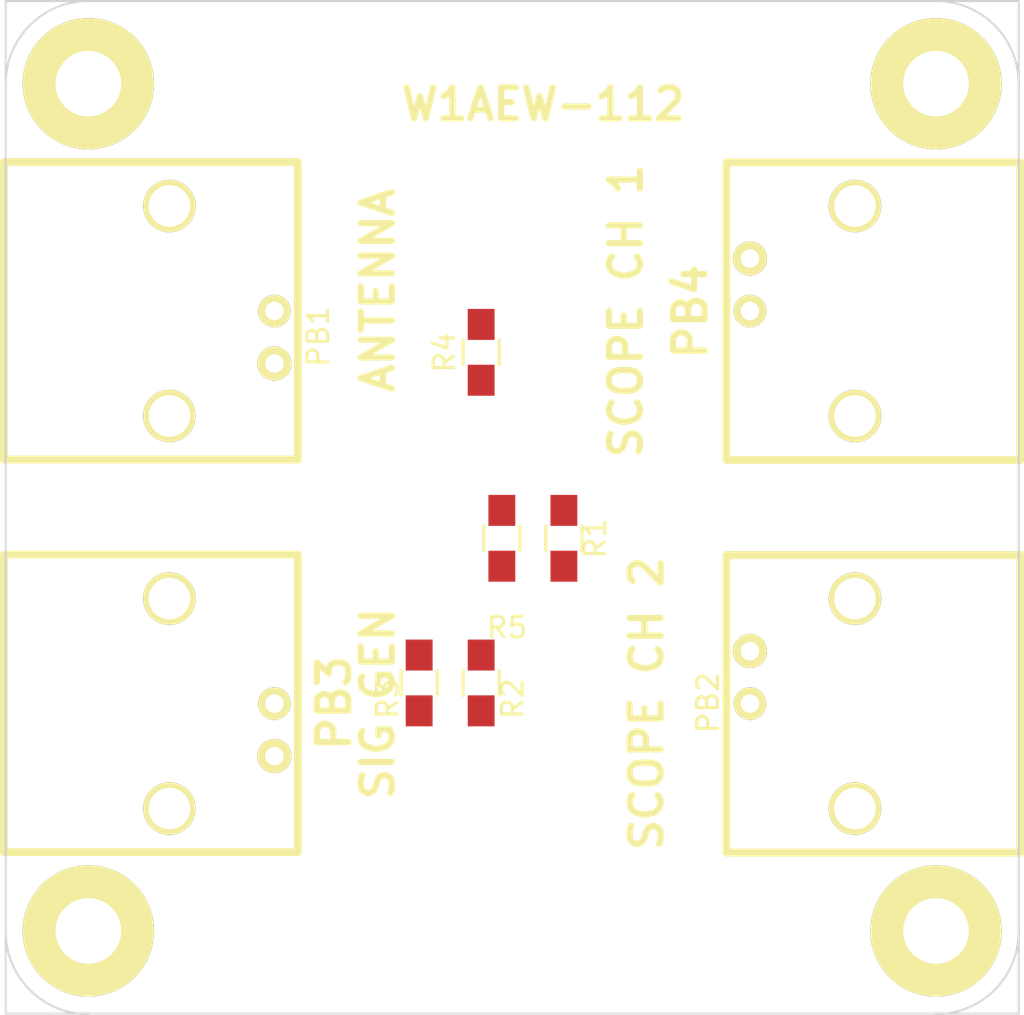
<source format=kicad_pcb>
(kicad_pcb (version 4) (host pcbnew "(after 2015-mar-04 BZR unknown)-product")

  (general
    (links 12)
    (no_connects 12)
    (area -19 -11.349999 70.5 49.080001)
    (thickness 1.6)
    (drawings 19)
    (tracks 0)
    (zones 0)
    (modules 13)
    (nets 7)
  )

  (page A3)
  (layers
    (0 F.Cu signal)
    (31 B.Cu signal)
    (36 B.SilkS user)
    (37 F.SilkS user)
    (38 B.Mask user)
    (39 F.Mask user)
    (40 Dwgs.User user hide)
    (44 Edge.Cuts user)
  )

  (setup
    (last_trace_width 0.254)
    (user_trace_width 0.2032)
    (user_trace_width 0.635)
    (trace_clearance 0.254)
    (zone_clearance 0.2032)
    (zone_45_only no)
    (trace_min 0.2032)
    (segment_width 0.2)
    (edge_width 0.1)
    (via_size 0.889)
    (via_drill 0.635)
    (via_min_size 0.889)
    (via_min_drill 0.508)
    (uvia_size 0.508)
    (uvia_drill 0.127)
    (uvias_allowed no)
    (uvia_min_size 0.508)
    (uvia_min_drill 0.127)
    (pcb_text_width 0.3)
    (pcb_text_size 1.5 1.5)
    (mod_edge_width 0.15)
    (mod_text_size 1 1)
    (mod_text_width 0.15)
    (pad_size 1.5 1.5)
    (pad_drill 0.6)
    (pad_to_mask_clearance 0)
    (aux_axis_origin 0 0)
    (visible_elements 7FFFFF7F)
    (pcbplotparams
      (layerselection 0x010f0_80000001)
      (usegerberextensions false)
      (excludeedgelayer true)
      (linewidth 0.150000)
      (plotframeref false)
      (viasonmask false)
      (mode 1)
      (useauxorigin false)
      (hpglpennumber 1)
      (hpglpenspeed 20)
      (hpglpendiameter 15)
      (hpglpenoverlay 2)
      (psnegative false)
      (psa4output false)
      (plotreference true)
      (plotvalue true)
      (plotinvisibletext false)
      (padsonsilk false)
      (subtractmaskfromsilk false)
      (outputformat 1)
      (mirror false)
      (drillshape 0)
      (scaleselection 1)
      (outputdirectory plots/))
  )

  (net 0 "")
  (net 1 GND)
  (net 2 "Net-(R1-Pad2)")
  (net 3 "Net-(PB1-Pad1)")
  (net 4 "Net-(PB2-Pad1)")
  (net 5 "Net-(PB3-Pad1)")
  (net 6 "Net-(PB4-Pad1)")

  (net_class Default "This is the default net class."
    (clearance 0.254)
    (trace_width 0.254)
    (via_dia 0.889)
    (via_drill 0.635)
    (uvia_dia 0.508)
    (uvia_drill 0.127)
    (add_net GND)
    (add_net "Net-(PB1-Pad1)")
    (add_net "Net-(PB2-Pad1)")
    (add_net "Net-(PB3-Pad1)")
    (add_net "Net-(PB4-Pad1)")
    (add_net "Net-(R1-Pad2)")
  )

  (module MTG-4-40 (layer F.Cu) (tedit 50F036E3) (tstamp 519A559B)
    (at 4 45)
    (path /519A590D)
    (fp_text reference MTG3 (at -6.858 -0.635) (layer F.SilkS) hide
      (effects (font (size 1 1) (thickness 0.15)))
    )
    (fp_text value CONN_1 (at 0 -5.08) (layer F.SilkS) hide
      (effects (font (thickness 0.3048)))
    )
    (pad 1 thru_hole circle (at 0 0) (size 6.35 6.35) (drill 3.175) (layers *.Cu *.Mask F.SilkS))
  )

  (module MTG-4-40 (layer F.Cu) (tedit 50F036E3) (tstamp 519A55A0)
    (at 45 4)
    (path /519A5913)
    (fp_text reference MTG2 (at -6.858 -0.635) (layer F.SilkS) hide
      (effects (font (size 1 1) (thickness 0.15)))
    )
    (fp_text value CONN_1 (at 0 -5.08) (layer F.SilkS) hide
      (effects (font (thickness 0.3048)))
    )
    (pad 1 thru_hole circle (at 0 0) (size 6.35 6.35) (drill 3.175) (layers *.Cu *.Mask F.SilkS))
  )

  (module MTG-4-40 (layer F.Cu) (tedit 50F036E3) (tstamp 519A55A5)
    (at 4 4)
    (path /519A5919)
    (fp_text reference MTG1 (at -6.858 -0.635) (layer F.SilkS) hide
      (effects (font (size 1 1) (thickness 0.15)))
    )
    (fp_text value CONN_1 (at 0 -5.08) (layer F.SilkS) hide
      (effects (font (thickness 0.3048)))
    )
    (pad 1 thru_hole circle (at 0 0) (size 6.35 6.35) (drill 3.175) (layers *.Cu *.Mask F.SilkS))
  )

  (module BNC-RT (layer F.Cu) (tedit 58F136EC) (tstamp 519A6003)
    (at 13 15 90)
    (path /519A5027)
    (fp_text reference PB1 (at -1.226 2.113 90) (layer F.SilkS)
      (effects (font (size 1 1) (thickness 0.15)))
    )
    (fp_text value BNC (at -0.14986 6.2992 90) (layer F.SilkS) hide
      (effects (font (thickness 0.3048)))
    )
    (fp_line (start -7.1882 1.1176) (end -7.1882 -13.08354) (layer F.SilkS) (width 0.381))
    (fp_line (start -7.19328 -13.07846) (end 7.20598 -13.07846) (layer F.SilkS) (width 0.381))
    (fp_line (start 7.21106 -13.08354) (end 7.21106 1.1176) (layer F.SilkS) (width 0.381))
    (fp_line (start -7.1882 1.13538) (end 7.21106 1.13538) (layer F.SilkS) (width 0.381))
    (pad 1 thru_hole circle (at 0 0 90) (size 1.5748 1.5748) (drill 0.889) (layers *.Cu *.Mask F.SilkS)
      (net 3 "Net-(PB1-Pad1)"))
    (pad 2 thru_hole circle (at -2.54 0 90) (size 1.651 1.651) (drill 0.889) (layers *.Cu *.Mask F.SilkS)
      (net 1 GND))
    (pad "" thru_hole circle (at -5.08 -5.08 90) (size 2.54 2.54) (drill 2.00914) (layers *.Cu *.Mask F.SilkS))
    (pad "" thru_hole circle (at 5.08 -5.08 90) (size 2.54 2.54) (drill 2.00914) (layers *.Cu *.Mask F.SilkS))
    (model ../KiCAD/modules/packages3d/BNC-RT.wrl
      (at (xyz 0 0 0))
      (scale (xyz 1 1 1))
      (rotate (xyz 0 0 0))
    )
  )

  (module MTG-4-40 (layer F.Cu) (tedit 50F036E3) (tstamp 519B5826)
    (at 45 45)
    (path /519B588C)
    (fp_text reference MTG4 (at -6.858 -0.635) (layer F.SilkS) hide
      (effects (font (size 1 1) (thickness 0.15)))
    )
    (fp_text value CONN_1 (at 0 -5.08) (layer F.SilkS) hide
      (effects (font (thickness 0.3048)))
    )
    (pad 1 thru_hole circle (at 0 0) (size 6.35 6.35) (drill 3.175) (layers *.Cu *.Mask F.SilkS))
  )

  (module BNC-RT (layer F.Cu) (tedit 58F136F1) (tstamp 519B5832)
    (at 36 34 270)
    (path /5535904A)
    (fp_text reference PB2 (at -0.044 2.028 270) (layer F.SilkS)
      (effects (font (size 1 1) (thickness 0.15)))
    )
    (fp_text value BNC (at -0.14986 6.2992 270) (layer F.SilkS) hide
      (effects (font (thickness 0.3048)))
    )
    (fp_line (start -7.1882 1.1176) (end -7.1882 -13.08354) (layer F.SilkS) (width 0.381))
    (fp_line (start -7.19328 -13.07846) (end 7.20598 -13.07846) (layer F.SilkS) (width 0.381))
    (fp_line (start 7.21106 -13.08354) (end 7.21106 1.1176) (layer F.SilkS) (width 0.381))
    (fp_line (start -7.1882 1.13538) (end 7.21106 1.13538) (layer F.SilkS) (width 0.381))
    (pad 1 thru_hole circle (at 0 0 270) (size 1.5748 1.5748) (drill 0.889) (layers *.Cu *.Mask F.SilkS)
      (net 4 "Net-(PB2-Pad1)"))
    (pad 2 thru_hole circle (at -2.54 0 270) (size 1.651 1.651) (drill 0.889) (layers *.Cu *.Mask F.SilkS)
      (net 1 GND))
    (pad "" thru_hole circle (at -5.08 -5.08 270) (size 2.54 2.54) (drill 2.00914) (layers *.Cu *.Mask F.SilkS))
    (pad "" thru_hole circle (at 5.08 -5.08 270) (size 2.54 2.54) (drill 2.00914) (layers *.Cu *.Mask F.SilkS))
    (model ../KiCAD/modules/packages3d/BNC-RT.wrl
      (at (xyz 0 0 0))
      (scale (xyz 1 1 1))
      (rotate (xyz 0 0 0))
    )
  )

  (module Resistors_SMD:R_0805_HandSoldering (layer F.Cu) (tedit 571A642E) (tstamp 571A61D4)
    (at 27 26 270)
    (descr "Resistor SMD 0805, hand soldering")
    (tags "resistor 0805")
    (path /58F156FC)
    (attr smd)
    (fp_text reference R1 (at 0 -1.524 270) (layer F.SilkS)
      (effects (font (size 1 1) (thickness 0.15)))
    )
    (fp_text value 1K (at 0 2.1 270) (layer F.Fab) hide
      (effects (font (size 1 1) (thickness 0.15)))
    )
    (fp_line (start -2.4 -1) (end 2.4 -1) (layer F.CrtYd) (width 0.05))
    (fp_line (start -2.4 1) (end 2.4 1) (layer F.CrtYd) (width 0.05))
    (fp_line (start -2.4 -1) (end -2.4 1) (layer F.CrtYd) (width 0.05))
    (fp_line (start 2.4 -1) (end 2.4 1) (layer F.CrtYd) (width 0.05))
    (fp_line (start 0.6 0.875) (end -0.6 0.875) (layer F.SilkS) (width 0.15))
    (fp_line (start -0.6 -0.875) (end 0.6 -0.875) (layer F.SilkS) (width 0.15))
    (pad 1 smd rect (at -1.35 0 270) (size 1.5 1.3) (layers F.Cu F.Mask)
      (net 6 "Net-(PB4-Pad1)"))
    (pad 2 smd rect (at 1.35 0 270) (size 1.5 1.3) (layers F.Cu F.Mask)
      (net 2 "Net-(R1-Pad2)"))
    (model Resistors_SMD.3dshapes/R_0805_HandSoldering.wrl
      (at (xyz 0 0 0))
      (scale (xyz 1 1 1))
      (rotate (xyz 0 0 0))
    )
  )

  (module Resistors_SMD:R_0805_HandSoldering (layer F.Cu) (tedit 571A654C) (tstamp 571A61DF)
    (at 23 33 270)
    (descr "Resistor SMD 0805, hand soldering")
    (tags "resistor 0805")
    (path /519A4DEE)
    (attr smd)
    (fp_text reference R2 (at 0.762 -1.524 270) (layer F.SilkS)
      (effects (font (size 1 1) (thickness 0.15)))
    )
    (fp_text value 50 (at 0 2.1 270) (layer F.Fab) hide
      (effects (font (size 1 1) (thickness 0.15)))
    )
    (fp_line (start -2.4 -1) (end 2.4 -1) (layer F.CrtYd) (width 0.05))
    (fp_line (start -2.4 1) (end 2.4 1) (layer F.CrtYd) (width 0.05))
    (fp_line (start -2.4 -1) (end -2.4 1) (layer F.CrtYd) (width 0.05))
    (fp_line (start 2.4 -1) (end 2.4 1) (layer F.CrtYd) (width 0.05))
    (fp_line (start 0.6 0.875) (end -0.6 0.875) (layer F.SilkS) (width 0.15))
    (fp_line (start -0.6 -0.875) (end 0.6 -0.875) (layer F.SilkS) (width 0.15))
    (pad 1 smd rect (at -1.35 0 270) (size 1.5 1.3) (layers F.Cu F.Mask)
      (net 5 "Net-(PB3-Pad1)"))
    (pad 2 smd rect (at 1.35 0 270) (size 1.5 1.3) (layers F.Cu F.Mask)
      (net 3 "Net-(PB1-Pad1)"))
    (model Resistors_SMD.3dshapes/R_0805_HandSoldering.wrl
      (at (xyz 0 0 0))
      (scale (xyz 1 1 1))
      (rotate (xyz 0 0 0))
    )
  )

  (module Resistors_SMD:R_0805_HandSoldering (layer F.Cu) (tedit 571A6542) (tstamp 571A61EA)
    (at 20 33 270)
    (descr "Resistor SMD 0805, hand soldering")
    (tags "resistor 0805")
    (path /519A4ED4)
    (attr smd)
    (fp_text reference R3 (at 0.762 1.524 270) (layer F.SilkS)
      (effects (font (size 1 1) (thickness 0.15)))
    )
    (fp_text value 50 (at 0 2.1 270) (layer F.Fab) hide
      (effects (font (size 1 1) (thickness 0.15)))
    )
    (fp_line (start -2.4 -1) (end 2.4 -1) (layer F.CrtYd) (width 0.05))
    (fp_line (start -2.4 1) (end 2.4 1) (layer F.CrtYd) (width 0.05))
    (fp_line (start -2.4 -1) (end -2.4 1) (layer F.CrtYd) (width 0.05))
    (fp_line (start 2.4 -1) (end 2.4 1) (layer F.CrtYd) (width 0.05))
    (fp_line (start 0.6 0.875) (end -0.6 0.875) (layer F.SilkS) (width 0.15))
    (fp_line (start -0.6 -0.875) (end 0.6 -0.875) (layer F.SilkS) (width 0.15))
    (pad 1 smd rect (at -1.35 0 270) (size 1.5 1.3) (layers F.Cu F.Mask)
      (net 5 "Net-(PB3-Pad1)"))
    (pad 2 smd rect (at 1.35 0 270) (size 1.5 1.3) (layers F.Cu F.Mask)
      (net 2 "Net-(R1-Pad2)"))
    (model Resistors_SMD.3dshapes/R_0805_HandSoldering.wrl
      (at (xyz 0 0 0))
      (scale (xyz 1 1 1))
      (rotate (xyz 0 0 0))
    )
  )

  (module Resistors_SMD:R_0805_HandSoldering (layer F.Cu) (tedit 571A6501) (tstamp 571A61F5)
    (at 23 17 270)
    (descr "Resistor SMD 0805, hand soldering")
    (tags "resistor 0805")
    (path /519A4EE6)
    (attr smd)
    (fp_text reference R4 (at 0 1.778 270) (layer F.SilkS)
      (effects (font (size 1 1) (thickness 0.15)))
    )
    (fp_text value 1K (at 0 2.1 270) (layer F.Fab) hide
      (effects (font (size 1 1) (thickness 0.15)))
    )
    (fp_line (start -2.4 -1) (end 2.4 -1) (layer F.CrtYd) (width 0.05))
    (fp_line (start -2.4 1) (end 2.4 1) (layer F.CrtYd) (width 0.05))
    (fp_line (start -2.4 -1) (end -2.4 1) (layer F.CrtYd) (width 0.05))
    (fp_line (start 2.4 -1) (end 2.4 1) (layer F.CrtYd) (width 0.05))
    (fp_line (start 0.6 0.875) (end -0.6 0.875) (layer F.SilkS) (width 0.15))
    (fp_line (start -0.6 -0.875) (end 0.6 -0.875) (layer F.SilkS) (width 0.15))
    (pad 1 smd rect (at -1.35 0 270) (size 1.5 1.3) (layers F.Cu F.Mask)
      (net 3 "Net-(PB1-Pad1)"))
    (pad 2 smd rect (at 1.35 0 270) (size 1.5 1.3) (layers F.Cu F.Mask)
      (net 4 "Net-(PB2-Pad1)"))
    (model Resistors_SMD.3dshapes/R_0805_HandSoldering.wrl
      (at (xyz 0 0 0))
      (scale (xyz 1 1 1))
      (rotate (xyz 0 0 0))
    )
  )

  (module Resistors_SMD:R_0805_HandSoldering (layer F.Cu) (tedit 571A64F3) (tstamp 571A6200)
    (at 24 26 90)
    (descr "Resistor SMD 0805, hand soldering")
    (tags "resistor 0805")
    (path /519A4F10)
    (attr smd)
    (fp_text reference R5 (at -4.318 0.254 360) (layer F.SilkS)
      (effects (font (size 1 1) (thickness 0.15)))
    )
    (fp_text value 50 (at 0 2.1 90) (layer F.Fab) hide
      (effects (font (size 1 1) (thickness 0.15)))
    )
    (fp_line (start -2.4 -1) (end 2.4 -1) (layer F.CrtYd) (width 0.05))
    (fp_line (start -2.4 1) (end 2.4 1) (layer F.CrtYd) (width 0.05))
    (fp_line (start -2.4 -1) (end -2.4 1) (layer F.CrtYd) (width 0.05))
    (fp_line (start 2.4 -1) (end 2.4 1) (layer F.CrtYd) (width 0.05))
    (fp_line (start 0.6 0.875) (end -0.6 0.875) (layer F.SilkS) (width 0.15))
    (fp_line (start -0.6 -0.875) (end 0.6 -0.875) (layer F.SilkS) (width 0.15))
    (pad 1 smd rect (at -1.35 0 90) (size 1.5 1.3) (layers F.Cu F.Mask)
      (net 2 "Net-(R1-Pad2)"))
    (pad 2 smd rect (at 1.35 0 90) (size 1.5 1.3) (layers F.Cu F.Mask)
      (net 1 GND))
    (model Resistors_SMD.3dshapes/R_0805_HandSoldering.wrl
      (at (xyz 0 0 0))
      (scale (xyz 1 1 1))
      (rotate (xyz 0 0 0))
    )
  )

  (module BNC-RT (layer F.Cu) (tedit 5183D213) (tstamp 58F1364B)
    (at 13 34 90)
    (path /58F143B7)
    (fp_text reference PB3 (at 0.0254 2.8829 90) (layer F.SilkS)
      (effects (font (thickness 0.3048)))
    )
    (fp_text value BNC (at -0.14986 6.2992 90) (layer F.SilkS) hide
      (effects (font (thickness 0.3048)))
    )
    (fp_line (start -7.1882 1.1176) (end -7.1882 -13.08354) (layer F.SilkS) (width 0.381))
    (fp_line (start -7.19328 -13.07846) (end 7.20598 -13.07846) (layer F.SilkS) (width 0.381))
    (fp_line (start 7.21106 -13.08354) (end 7.21106 1.1176) (layer F.SilkS) (width 0.381))
    (fp_line (start -7.1882 1.13538) (end 7.21106 1.13538) (layer F.SilkS) (width 0.381))
    (pad 1 thru_hole circle (at 0 0 90) (size 1.5748 1.5748) (drill 0.889) (layers *.Cu *.Mask F.SilkS)
      (net 5 "Net-(PB3-Pad1)"))
    (pad 2 thru_hole circle (at -2.54 0 90) (size 1.651 1.651) (drill 0.889) (layers *.Cu *.Mask F.SilkS)
      (net 1 GND))
    (pad "" thru_hole circle (at -5.08 -5.08 90) (size 2.54 2.54) (drill 2.00914) (layers *.Cu *.Mask F.SilkS))
    (pad "" thru_hole circle (at 5.08 -5.08 90) (size 2.54 2.54) (drill 2.00914) (layers *.Cu *.Mask F.SilkS))
  )

  (module BNC-RT (layer F.Cu) (tedit 5183D213) (tstamp 58F13653)
    (at 36 15 270)
    (path /58F1435D)
    (fp_text reference PB4 (at 0.0254 2.8829 270) (layer F.SilkS)
      (effects (font (thickness 0.3048)))
    )
    (fp_text value BNC (at -0.14986 6.2992 270) (layer F.SilkS) hide
      (effects (font (thickness 0.3048)))
    )
    (fp_line (start -7.1882 1.1176) (end -7.1882 -13.08354) (layer F.SilkS) (width 0.381))
    (fp_line (start -7.19328 -13.07846) (end 7.20598 -13.07846) (layer F.SilkS) (width 0.381))
    (fp_line (start 7.21106 -13.08354) (end 7.21106 1.1176) (layer F.SilkS) (width 0.381))
    (fp_line (start -7.1882 1.13538) (end 7.21106 1.13538) (layer F.SilkS) (width 0.381))
    (pad 1 thru_hole circle (at 0 0 270) (size 1.5748 1.5748) (drill 0.889) (layers *.Cu *.Mask F.SilkS)
      (net 6 "Net-(PB4-Pad1)"))
    (pad 2 thru_hole circle (at -2.54 0 270) (size 1.651 1.651) (drill 0.889) (layers *.Cu *.Mask F.SilkS)
      (net 1 GND))
    (pad "" thru_hole circle (at -5.08 -5.08 270) (size 2.54 2.54) (drill 2.00914) (layers *.Cu *.Mask F.SilkS))
    (pad "" thru_hole circle (at 5.08 -5.08 270) (size 2.54 2.54) (drill 2.00914) (layers *.Cu *.Mask F.SilkS))
  )

  (gr_text "SIG GEN" (at 18 34 90) (layer F.SilkS)
    (effects (font (size 1.5 1.5) (thickness 0.3)))
  )
  (gr_text "SCOPE CH 2" (at 31 34 90) (layer F.SilkS)
    (effects (font (size 1.5 1.5) (thickness 0.3)))
  )
  (gr_line (start 0 49) (end 0 0) (angle 90) (layer Edge.Cuts) (width 0.1))
  (gr_line (start 49 49) (end 0 49) (angle 90) (layer Edge.Cuts) (width 0.1))
  (gr_line (start 49 0) (end 49 49) (angle 90) (layer Edge.Cuts) (width 0.1))
  (gr_line (start 0 0) (end 49 0) (angle 90) (layer Edge.Cuts) (width 0.1))
  (dimension 45 (width 0.3) (layer Dwgs.User)
    (gr_text "45.000 mm" (at 22.5 -9.849999) (layer Dwgs.User)
      (effects (font (size 1.5 1.5) (thickness 0.3)))
    )
    (feature1 (pts (xy 45 4) (xy 45 -11.199999)))
    (feature2 (pts (xy 0 4) (xy 0 -11.199999)))
    (crossbar (pts (xy 0 -8.499999) (xy 45 -8.499999)))
    (arrow1a (pts (xy 45 -8.499999) (xy 43.873497 -7.913579)))
    (arrow1b (pts (xy 45 -8.499999) (xy 43.873497 -9.086419)))
    (arrow2a (pts (xy 0 -8.499999) (xy 1.126503 -7.913579)))
    (arrow2b (pts (xy 0 -8.499999) (xy 1.126503 -9.086419)))
  )
  (dimension 31 (width 0.3) (layer Dwgs.User)
    (gr_text "31.000 mm" (at 63.85 15.5 90) (layer Dwgs.User)
      (effects (font (size 1.5 1.5) (thickness 0.3)))
    )
    (feature1 (pts (xy 41 0) (xy 65.2 0)))
    (feature2 (pts (xy 41 31) (xy 65.2 31)))
    (crossbar (pts (xy 62.5 31) (xy 62.5 0)))
    (arrow1a (pts (xy 62.5 0) (xy 63.08642 1.126503)))
    (arrow1b (pts (xy 62.5 0) (xy 61.91358 1.126503)))
    (arrow2a (pts (xy 62.5 31) (xy 63.08642 29.873497)))
    (arrow2b (pts (xy 62.5 31) (xy 61.91358 29.873497)))
  )
  (dimension 11 (width 0.3) (layer Dwgs.User)
    (gr_text "11.000 mm" (at -12.150001 -0.5 270) (layer Dwgs.User)
      (effects (font (size 1.5 1.5) (thickness 0.3)))
    )
    (feature1 (pts (xy -19 5) (xy -10.800001 5)))
    (feature2 (pts (xy -19 -6) (xy -10.800001 -6)))
    (crossbar (pts (xy -13.500001 -6) (xy -13.500001 5)))
    (arrow1a (pts (xy -13.500001 5) (xy -14.086421 3.873497)))
    (arrow1b (pts (xy -13.500001 5) (xy -12.913581 3.873497)))
    (arrow2a (pts (xy -13.500001 -6) (xy -14.086421 -4.873497)))
    (arrow2b (pts (xy -13.500001 -6) (xy -12.913581 -4.873497)))
  )
  (dimension 12 (width 0.3) (layer Dwgs.User)
    (gr_text "12.000 mm" (at -8.4 11 90) (layer Dwgs.User)
      (effects (font (size 1.5 1.5) (thickness 0.3)))
    )
    (feature1 (pts (xy -19 5) (xy -7.05 5)))
    (feature2 (pts (xy -19 17) (xy -7.05 17)))
    (crossbar (pts (xy -9.75 17) (xy -9.75 5)))
    (arrow1a (pts (xy -9.75 5) (xy -9.16358 6.126503)))
    (arrow1b (pts (xy -9.75 5) (xy -10.33642 6.126503)))
    (arrow2a (pts (xy -9.75 17) (xy -9.16358 15.873497)))
    (arrow2b (pts (xy -9.75 17) (xy -10.33642 15.873497)))
  )
  (dimension 23 (width 0.3) (layer Dwgs.User)
    (gr_text "23.000 mm" (at 58.85 15.5 90) (layer Dwgs.User)
      (effects (font (size 1.5 1.5) (thickness 0.3)))
    )
    (feature1 (pts (xy 41 4) (xy 60.2 4)))
    (feature2 (pts (xy 41 27) (xy 60.2 27)))
    (crossbar (pts (xy 57.5 27) (xy 57.5 4)))
    (arrow1a (pts (xy 57.5 4) (xy 58.08642 5.126503)))
    (arrow1b (pts (xy 57.5 4) (xy 56.91358 5.126503)))
    (arrow2a (pts (xy 57.5 27) (xy 58.08642 25.873497)))
    (arrow2b (pts (xy 57.5 27) (xy 56.91358 25.873497)))
  )
  (dimension 37 (width 0.3) (layer Dwgs.User)
    (gr_text "37.000 mm" (at 22.5 -4.349999) (layer Dwgs.User)
      (effects (font (size 1.5 1.5) (thickness 0.3)))
    )
    (feature1 (pts (xy 41 4) (xy 41 -5.699999)))
    (feature2 (pts (xy 4 4) (xy 4 -5.699999)))
    (crossbar (pts (xy 4 -2.999999) (xy 41 -2.999999)))
    (arrow1a (pts (xy 41 -2.999999) (xy 39.873497 -2.413579)))
    (arrow1b (pts (xy 41 -2.999999) (xy 39.873497 -3.586419)))
    (arrow2a (pts (xy 4 -2.999999) (xy 5.126503 -2.413579)))
    (arrow2b (pts (xy 4 -2.999999) (xy 5.126503 -3.586419)))
  )
  (gr_text ANTENNA (at 18 14 90) (layer F.SilkS)
    (effects (font (size 1.5 1.5) (thickness 0.3)))
  )
  (gr_text "SCOPE CH 1" (at 30 15 90) (layer F.SilkS)
    (effects (font (size 1.5 1.5) (thickness 0.3)))
  )
  (gr_arc (start 4 45.03) (end 4 49.03) (angle 90) (layer Edge.Cuts) (width 0.1))
  (gr_arc (start 45 45.03) (end 49 45.03) (angle 90) (layer Edge.Cuts) (width 0.1))
  (gr_arc (start 45 4) (end 45 0) (angle 90) (layer Edge.Cuts) (width 0.1))
  (gr_arc (start 4 4) (end 0 4) (angle 90) (layer Edge.Cuts) (width 0.1))
  (gr_text W1AEW-112 (at 26 5) (layer F.SilkS)
    (effects (font (size 1.5 1.5) (thickness 0.3)))
  )

)

</source>
